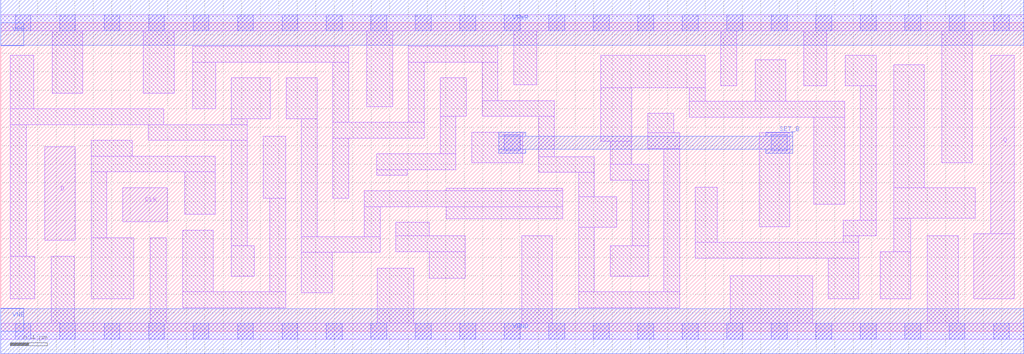
<source format=lef>
# Copyright 2020 The SkyWater PDK Authors
#
# Licensed under the Apache License, Version 2.0 (the "License");
# you may not use this file except in compliance with the License.
# You may obtain a copy of the License at
#
#     https://www.apache.org/licenses/LICENSE-2.0
#
# Unless required by applicable law or agreed to in writing, software
# distributed under the License is distributed on an "AS IS" BASIS,
# WITHOUT WARRANTIES OR CONDITIONS OF ANY KIND, either express or implied.
# See the License for the specific language governing permissions and
# limitations under the License.
#
# SPDX-License-Identifier: Apache-2.0

VERSION 5.5 ;
NAMESCASESENSITIVE ON ;
BUSBITCHARS "[]" ;
DIVIDERCHAR "/" ;
MACRO sky130_fd_sc_hs__dfstp_1
  CLASS CORE ;
  SOURCE USER ;
  ORIGIN  0.000000  0.000000 ;
  SIZE  11.04000 BY  3.330000 ;
  SYMMETRY X Y ;
  SITE unit ;
  PIN D
    ANTENNAGATEAREA  0.126000 ;
    DIRECTION INPUT ;
    USE SIGNAL ;
    PORT
      LAYER li1 ;
        RECT 0.475000 0.980000 0.805000 1.990000 ;
    END
  END D
  PIN Q
    ANTENNADIFFAREA  0.530100 ;
    DIRECTION OUTPUT ;
    USE SIGNAL ;
    PORT
      LAYER li1 ;
        RECT 10.500000 0.350000 10.935000 1.050000 ;
        RECT 10.685000 1.050000 10.935000 2.980000 ;
    END
  END Q
  PIN SET_B
    ANTENNAPARTIALMETALSIDEAREA  2.205000 ;
    DIRECTION INPUT ;
    USE SIGNAL ;
    PORT
      LAYER met1 ;
        RECT 5.375000 1.920000 5.665000 1.965000 ;
        RECT 5.375000 1.965000 8.545000 2.105000 ;
        RECT 5.375000 2.105000 5.665000 2.150000 ;
        RECT 8.255000 1.920000 8.545000 1.965000 ;
        RECT 8.255000 2.105000 8.545000 2.150000 ;
    END
  END SET_B
  PIN CLK
    ANTENNAGATEAREA  0.279000 ;
    DIRECTION INPUT ;
    USE CLOCK ;
    PORT
      LAYER li1 ;
        RECT 1.315000 1.180000 1.795000 1.550000 ;
    END
  END CLK
  PIN VGND
    DIRECTION INOUT ;
    USE GROUND ;
    PORT
      LAYER met1 ;
        RECT 0.000000 -0.245000 11.040000 0.245000 ;
    END
  END VGND
  PIN VNB
    DIRECTION INOUT ;
    USE GROUND ;
    PORT
    END
  END VNB
  PIN VPB
    DIRECTION INOUT ;
    USE POWER ;
    PORT
    END
  END VPB
  PIN VNB
    DIRECTION INOUT ;
    USE GROUND ;
    PORT
      LAYER met1 ;
        RECT 0.000000 0.000000 0.250000 0.250000 ;
    END
  END VNB
  PIN VPB
    DIRECTION INOUT ;
    USE POWER ;
    PORT
      LAYER met1 ;
        RECT 0.000000 3.080000 0.250000 3.330000 ;
    END
  END VPB
  PIN VPWR
    DIRECTION INOUT ;
    USE POWER ;
    PORT
      LAYER met1 ;
        RECT 0.000000 3.085000 11.040000 3.575000 ;
    END
  END VPWR
  OBS
    LAYER li1 ;
      RECT  0.000000 -0.085000 11.040000 0.085000 ;
      RECT  0.000000  3.245000 11.040000 3.415000 ;
      RECT  0.105000  0.350000  0.365000 0.810000 ;
      RECT  0.105000  0.810000  0.275000 2.230000 ;
      RECT  0.105000  2.230000  1.760000 2.400000 ;
      RECT  0.105000  2.400000  0.355000 2.980000 ;
      RECT  0.545000  0.085000  0.795000 0.810000 ;
      RECT  0.555000  2.570000  0.885000 3.245000 ;
      RECT  0.975000  0.350000  1.435000 1.010000 ;
      RECT  0.975000  1.010000  1.145000 1.720000 ;
      RECT  0.975000  1.720000  2.315000 1.890000 ;
      RECT  0.975000  1.890000  1.420000 2.060000 ;
      RECT  1.540000  2.570000  1.870000 3.245000 ;
      RECT  1.590000  2.060000  2.660000 2.230000 ;
      RECT  1.615000  0.085000  1.785000 1.010000 ;
      RECT  1.965000  0.255000  3.075000 0.425000 ;
      RECT  1.965000  0.425000  2.295000 1.090000 ;
      RECT  1.985000  1.260000  2.315000 1.720000 ;
      RECT  2.070000  2.400000  2.320000 2.905000 ;
      RECT  2.070000  2.905000  3.755000 3.075000 ;
      RECT  2.485000  0.595000  2.735000 0.925000 ;
      RECT  2.485000  0.925000  2.660000 2.060000 ;
      RECT  2.490000  2.230000  2.660000 2.295000 ;
      RECT  2.490000  2.295000  2.910000 2.735000 ;
      RECT  2.830000  1.435000  3.075000 2.105000 ;
      RECT  2.905000  0.425000  3.075000 1.435000 ;
      RECT  3.080000  2.295000  3.415000 2.735000 ;
      RECT  3.245000  0.415000  3.575000 0.850000 ;
      RECT  3.245000  0.850000  4.095000 1.020000 ;
      RECT  3.245000  1.020000  3.415000 2.295000 ;
      RECT  3.585000  1.435000  3.755000 2.085000 ;
      RECT  3.585000  2.085000  4.570000 2.255000 ;
      RECT  3.585000  2.255000  3.755000 2.905000 ;
      RECT  3.925000  1.020000  4.095000 1.345000 ;
      RECT  3.925000  1.345000  6.065000 1.515000 ;
      RECT  3.950000  2.425000  4.230000 3.245000 ;
      RECT  4.055000  1.685000  4.385000 1.745000 ;
      RECT  4.055000  1.745000  4.910000 1.915000 ;
      RECT  4.065000  0.085000  4.455000 0.680000 ;
      RECT  4.265000  0.860000  5.010000 1.030000 ;
      RECT  4.265000  1.030000  4.625000 1.175000 ;
      RECT  4.400000  2.255000  4.570000 2.905000 ;
      RECT  4.400000  2.905000  5.365000 3.075000 ;
      RECT  4.625000  0.570000  5.010000 0.860000 ;
      RECT  4.740000  1.915000  4.910000 2.320000 ;
      RECT  4.740000  2.320000  5.025000 2.735000 ;
      RECT  4.805000  1.215000  6.065000 1.345000 ;
      RECT  4.805000  1.515000  6.065000 1.545000 ;
      RECT  5.080000  1.820000  5.635000 2.150000 ;
      RECT  5.195000  2.320000  5.975000 2.490000 ;
      RECT  5.195000  2.490000  5.365000 2.905000 ;
      RECT  5.535000  2.660000  5.785000 3.245000 ;
      RECT  5.620000  0.085000  5.950000 1.030000 ;
      RECT  5.805000  1.715000  6.405000 1.885000 ;
      RECT  5.805000  1.885000  5.975000 2.320000 ;
      RECT  6.235000  0.255000  7.325000 0.425000 ;
      RECT  6.235000  0.425000  6.405000 1.120000 ;
      RECT  6.235000  1.120000  6.645000 1.450000 ;
      RECT  6.235000  1.450000  6.405000 1.715000 ;
      RECT  6.475000  2.050000  6.810000 2.625000 ;
      RECT  6.475000  2.625000  7.600000 2.980000 ;
      RECT  6.575000  0.595000  6.985000 0.925000 ;
      RECT  6.575000  1.630000  6.985000 1.800000 ;
      RECT  6.575000  1.800000  6.810000 2.050000 ;
      RECT  6.815000  0.925000  6.985000 1.630000 ;
      RECT  6.980000  1.970000  7.325000 2.140000 ;
      RECT  6.980000  2.140000  7.260000 2.355000 ;
      RECT  7.155000  0.425000  7.325000 1.970000 ;
      RECT  7.430000  2.310000  9.105000 2.480000 ;
      RECT  7.430000  2.480000  7.600000 2.625000 ;
      RECT  7.495000  0.790000  9.260000 0.960000 ;
      RECT  7.495000  0.960000  7.730000 1.555000 ;
      RECT  7.770000  2.650000  7.940000 3.245000 ;
      RECT  7.870000  0.085000  8.760000 0.600000 ;
      RECT  8.140000  2.480000  8.470000 2.930000 ;
      RECT  8.185000  1.130000  8.515000 2.140000 ;
      RECT  8.665000  2.650000  8.915000 3.245000 ;
      RECT  8.775000  1.370000  9.105000 2.310000 ;
      RECT  8.930000  0.350000  9.260000 0.790000 ;
      RECT  9.090000  0.960000  9.260000 1.030000 ;
      RECT  9.090000  1.030000  9.445000 1.200000 ;
      RECT  9.115000  2.650000  9.445000 2.980000 ;
      RECT  9.275000  1.200000  9.445000 2.650000 ;
      RECT  9.490000  0.350000  9.820000 0.860000 ;
      RECT  9.635000  0.860000  9.820000 1.220000 ;
      RECT  9.635000  1.220000 10.515000 1.550000 ;
      RECT  9.635000  1.550000  9.965000 2.875000 ;
      RECT 10.000000  0.085000 10.330000 1.030000 ;
      RECT 10.155000  1.820000 10.485000 3.245000 ;
    LAYER mcon ;
      RECT  0.155000 -0.085000  0.325000 0.085000 ;
      RECT  0.155000  3.245000  0.325000 3.415000 ;
      RECT  0.635000 -0.085000  0.805000 0.085000 ;
      RECT  0.635000  3.245000  0.805000 3.415000 ;
      RECT  1.115000 -0.085000  1.285000 0.085000 ;
      RECT  1.115000  3.245000  1.285000 3.415000 ;
      RECT  1.595000 -0.085000  1.765000 0.085000 ;
      RECT  1.595000  3.245000  1.765000 3.415000 ;
      RECT  2.075000 -0.085000  2.245000 0.085000 ;
      RECT  2.075000  3.245000  2.245000 3.415000 ;
      RECT  2.555000 -0.085000  2.725000 0.085000 ;
      RECT  2.555000  3.245000  2.725000 3.415000 ;
      RECT  3.035000 -0.085000  3.205000 0.085000 ;
      RECT  3.035000  3.245000  3.205000 3.415000 ;
      RECT  3.515000 -0.085000  3.685000 0.085000 ;
      RECT  3.515000  3.245000  3.685000 3.415000 ;
      RECT  3.995000 -0.085000  4.165000 0.085000 ;
      RECT  3.995000  3.245000  4.165000 3.415000 ;
      RECT  4.475000 -0.085000  4.645000 0.085000 ;
      RECT  4.475000  3.245000  4.645000 3.415000 ;
      RECT  4.955000 -0.085000  5.125000 0.085000 ;
      RECT  4.955000  3.245000  5.125000 3.415000 ;
      RECT  5.435000 -0.085000  5.605000 0.085000 ;
      RECT  5.435000  1.950000  5.605000 2.120000 ;
      RECT  5.435000  3.245000  5.605000 3.415000 ;
      RECT  5.915000 -0.085000  6.085000 0.085000 ;
      RECT  5.915000  3.245000  6.085000 3.415000 ;
      RECT  6.395000 -0.085000  6.565000 0.085000 ;
      RECT  6.395000  3.245000  6.565000 3.415000 ;
      RECT  6.875000 -0.085000  7.045000 0.085000 ;
      RECT  6.875000  3.245000  7.045000 3.415000 ;
      RECT  7.355000 -0.085000  7.525000 0.085000 ;
      RECT  7.355000  3.245000  7.525000 3.415000 ;
      RECT  7.835000 -0.085000  8.005000 0.085000 ;
      RECT  7.835000  3.245000  8.005000 3.415000 ;
      RECT  8.315000 -0.085000  8.485000 0.085000 ;
      RECT  8.315000  1.950000  8.485000 2.120000 ;
      RECT  8.315000  3.245000  8.485000 3.415000 ;
      RECT  8.795000 -0.085000  8.965000 0.085000 ;
      RECT  8.795000  3.245000  8.965000 3.415000 ;
      RECT  9.275000 -0.085000  9.445000 0.085000 ;
      RECT  9.275000  3.245000  9.445000 3.415000 ;
      RECT  9.755000 -0.085000  9.925000 0.085000 ;
      RECT  9.755000  3.245000  9.925000 3.415000 ;
      RECT 10.235000 -0.085000 10.405000 0.085000 ;
      RECT 10.235000  3.245000 10.405000 3.415000 ;
      RECT 10.715000 -0.085000 10.885000 0.085000 ;
      RECT 10.715000  3.245000 10.885000 3.415000 ;
  END
END sky130_fd_sc_hs__dfstp_1
END LIBRARY

</source>
